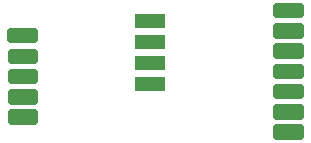
<source format=gbr>
G04 EAGLE Gerber RS-274X export*
G75*
%MOMM*%
%FSLAX34Y34*%
%LPD*%
%INSolderpaste Bottom*%
%IPPOS*%
%AMOC8*
5,1,8,0,0,1.08239X$1,22.5*%
G01*
%ADD10R,2.540000X1.270000*%
%ADD11C,0.635000*%


D10*
X316230Y-68580D03*
X316230Y-86360D03*
X316230Y-104140D03*
X316230Y-121920D03*
D11*
X443230Y-159385D02*
X443230Y-165735D01*
X424180Y-165735D01*
X424180Y-159385D01*
X443230Y-159385D01*
X443230Y-159703D02*
X424180Y-159703D01*
X424180Y-148590D02*
X424180Y-142240D01*
X443230Y-142240D01*
X443230Y-148590D01*
X424180Y-148590D01*
X424180Y-142558D02*
X443230Y-142558D01*
X424180Y-131445D02*
X424180Y-125095D01*
X443230Y-125095D01*
X443230Y-131445D01*
X424180Y-131445D01*
X424180Y-125413D02*
X443230Y-125413D01*
X424180Y-114300D02*
X424180Y-107950D01*
X443230Y-107950D01*
X443230Y-114300D01*
X424180Y-114300D01*
X424180Y-108268D02*
X443230Y-108268D01*
X424180Y-97155D02*
X424180Y-90805D01*
X443230Y-90805D01*
X443230Y-97155D01*
X424180Y-97155D01*
X424180Y-91123D02*
X443230Y-91123D01*
X443230Y-80010D02*
X443230Y-73660D01*
X443230Y-80010D02*
X424180Y-80010D01*
X424180Y-73660D01*
X443230Y-73660D01*
X443230Y-73978D02*
X424180Y-73978D01*
X424180Y-62865D02*
X424180Y-56515D01*
X443230Y-56515D01*
X443230Y-62865D01*
X424180Y-62865D01*
X424180Y-56833D02*
X443230Y-56833D01*
X199390Y-146685D02*
X199390Y-153035D01*
X199390Y-146685D02*
X218440Y-146685D01*
X218440Y-153035D01*
X199390Y-153035D01*
X199390Y-147003D02*
X218440Y-147003D01*
X199390Y-135890D02*
X199390Y-129540D01*
X218440Y-129540D01*
X218440Y-135890D01*
X199390Y-135890D01*
X199390Y-129858D02*
X218440Y-129858D01*
X199390Y-118745D02*
X199390Y-112395D01*
X218440Y-112395D01*
X218440Y-118745D01*
X199390Y-118745D01*
X199390Y-112713D02*
X218440Y-112713D01*
X199390Y-101600D02*
X199390Y-95250D01*
X218440Y-95250D01*
X218440Y-101600D01*
X199390Y-101600D01*
X199390Y-95568D02*
X218440Y-95568D01*
X198755Y-83820D02*
X198755Y-77470D01*
X217805Y-77470D01*
X217805Y-83820D01*
X198755Y-83820D01*
X198755Y-77788D02*
X217805Y-77788D01*
M02*

</source>
